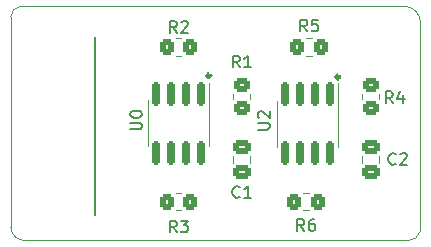
<source format=gto>
G04 #@! TF.GenerationSoftware,KiCad,Pcbnew,(6.0.1)*
G04 #@! TF.CreationDate,2024-05-17T17:22:04+02:00*
G04 #@! TF.ProjectId,pmod_memory_module,706d6f64-5f6d-4656-9d6f-72795f6d6f64,rev?*
G04 #@! TF.SameCoordinates,Original*
G04 #@! TF.FileFunction,Legend,Top*
G04 #@! TF.FilePolarity,Positive*
%FSLAX46Y46*%
G04 Gerber Fmt 4.6, Leading zero omitted, Abs format (unit mm)*
G04 Created by KiCad (PCBNEW (6.0.1)) date 2024-05-17 17:22:04*
%MOMM*%
%LPD*%
G01*
G04 APERTURE LIST*
G04 Aperture macros list*
%AMRoundRect*
0 Rectangle with rounded corners*
0 $1 Rounding radius*
0 $2 $3 $4 $5 $6 $7 $8 $9 X,Y pos of 4 corners*
0 Add a 4 corners polygon primitive as box body*
4,1,4,$2,$3,$4,$5,$6,$7,$8,$9,$2,$3,0*
0 Add four circle primitives for the rounded corners*
1,1,$1+$1,$2,$3*
1,1,$1+$1,$4,$5*
1,1,$1+$1,$6,$7*
1,1,$1+$1,$8,$9*
0 Add four rect primitives between the rounded corners*
20,1,$1+$1,$2,$3,$4,$5,0*
20,1,$1+$1,$4,$5,$6,$7,0*
20,1,$1+$1,$6,$7,$8,$9,0*
20,1,$1+$1,$8,$9,$2,$3,0*%
G04 Aperture macros list end*
%ADD10C,0.333981*%
%ADD11C,0.100000*%
%ADD12C,0.150000*%
%ADD13C,0.120000*%
%ADD14RoundRect,0.250000X0.450000X-0.350000X0.450000X0.350000X-0.450000X0.350000X-0.450000X-0.350000X0*%
%ADD15RoundRect,0.250000X0.350000X0.450000X-0.350000X0.450000X-0.350000X-0.450000X0.350000X-0.450000X0*%
%ADD16RoundRect,0.150000X-0.150000X0.825000X-0.150000X-0.825000X0.150000X-0.825000X0.150000X0.825000X0*%
%ADD17RoundRect,0.250000X-0.450000X0.350000X-0.450000X-0.350000X0.450000X-0.350000X0.450000X0.350000X0*%
%ADD18RoundRect,0.250000X-0.350000X-0.450000X0.350000X-0.450000X0.350000X0.450000X-0.350000X0.450000X0*%
%ADD19RoundRect,0.250000X-0.475000X0.337500X-0.475000X-0.337500X0.475000X-0.337500X0.475000X0.337500X0*%
%ADD20R,1.700000X1.700000*%
%ADD21O,1.700000X1.700000*%
%ADD22C,1.700000*%
G04 APERTURE END LIST*
D10*
X45886990Y-24003000D02*
G75*
G03*
X45886990Y-24003000I-166990J0D01*
G01*
X34964990Y-23876000D02*
G75*
G03*
X34964990Y-23876000I-166990J0D01*
G01*
D11*
X18812899Y-18017100D02*
G75*
G03*
X18050899Y-18906100I147798J-897755D01*
G01*
D12*
X25146000Y-20574000D02*
X25146000Y-35687000D01*
D11*
X52721899Y-19287100D02*
G75*
G03*
X51451899Y-18017101I-1366773J-96774D01*
G01*
X51705899Y-37838127D02*
X19320899Y-37838126D01*
X18050899Y-36686100D02*
G75*
G03*
X19320899Y-37838126I1157297J-230D01*
G01*
X51705899Y-37838127D02*
G75*
G03*
X52721899Y-37067100I8302J1043977D01*
G01*
X52721899Y-37067100D02*
X52721899Y-19287100D01*
X51451899Y-18017101D02*
X18812899Y-18017100D01*
X18050899Y-18906100D02*
X18050899Y-36686100D01*
D12*
X50379333Y-26217380D02*
X50046000Y-25741190D01*
X49807904Y-26217380D02*
X49807904Y-25217380D01*
X50188857Y-25217380D01*
X50284095Y-25265000D01*
X50331714Y-25312619D01*
X50379333Y-25407857D01*
X50379333Y-25550714D01*
X50331714Y-25645952D01*
X50284095Y-25693571D01*
X50188857Y-25741190D01*
X49807904Y-25741190D01*
X51236476Y-25550714D02*
X51236476Y-26217380D01*
X50998380Y-25169761D02*
X50760285Y-25884047D01*
X51379333Y-25884047D01*
X43140333Y-20137380D02*
X42807000Y-19661190D01*
X42568904Y-20137380D02*
X42568904Y-19137380D01*
X42949857Y-19137380D01*
X43045095Y-19185000D01*
X43092714Y-19232619D01*
X43140333Y-19327857D01*
X43140333Y-19470714D01*
X43092714Y-19565952D01*
X43045095Y-19613571D01*
X42949857Y-19661190D01*
X42568904Y-19661190D01*
X44045095Y-19137380D02*
X43568904Y-19137380D01*
X43521285Y-19613571D01*
X43568904Y-19565952D01*
X43664142Y-19518333D01*
X43902238Y-19518333D01*
X43997476Y-19565952D01*
X44045095Y-19613571D01*
X44092714Y-19708809D01*
X44092714Y-19946904D01*
X44045095Y-20042142D01*
X43997476Y-20089761D01*
X43902238Y-20137380D01*
X43664142Y-20137380D01*
X43568904Y-20089761D01*
X43521285Y-20042142D01*
X28154380Y-28431904D02*
X28963904Y-28431904D01*
X29059142Y-28384285D01*
X29106761Y-28336666D01*
X29154380Y-28241428D01*
X29154380Y-28050952D01*
X29106761Y-27955714D01*
X29059142Y-27908095D01*
X28963904Y-27860476D01*
X28154380Y-27860476D01*
X28154380Y-27193809D02*
X28154380Y-27098571D01*
X28202000Y-27003333D01*
X28249619Y-26955714D01*
X28344857Y-26908095D01*
X28535333Y-26860476D01*
X28773428Y-26860476D01*
X28963904Y-26908095D01*
X29059142Y-26955714D01*
X29106761Y-27003333D01*
X29154380Y-27098571D01*
X29154380Y-27193809D01*
X29106761Y-27289047D01*
X29059142Y-27336666D01*
X28963904Y-27384285D01*
X28773428Y-27431904D01*
X28535333Y-27431904D01*
X28344857Y-27384285D01*
X28249619Y-27336666D01*
X28202000Y-27289047D01*
X28154380Y-27193809D01*
X37425333Y-23185380D02*
X37092000Y-22709190D01*
X36853904Y-23185380D02*
X36853904Y-22185380D01*
X37234857Y-22185380D01*
X37330095Y-22233000D01*
X37377714Y-22280619D01*
X37425333Y-22375857D01*
X37425333Y-22518714D01*
X37377714Y-22613952D01*
X37330095Y-22661571D01*
X37234857Y-22709190D01*
X36853904Y-22709190D01*
X38377714Y-23185380D02*
X37806285Y-23185380D01*
X38092000Y-23185380D02*
X38092000Y-22185380D01*
X37996761Y-22328238D01*
X37901523Y-22423476D01*
X37806285Y-22471095D01*
X38949380Y-28447904D02*
X39758904Y-28447904D01*
X39854142Y-28400285D01*
X39901761Y-28352666D01*
X39949380Y-28257428D01*
X39949380Y-28066952D01*
X39901761Y-27971714D01*
X39854142Y-27924095D01*
X39758904Y-27876476D01*
X38949380Y-27876476D01*
X39044619Y-27447904D02*
X38997000Y-27400285D01*
X38949380Y-27305047D01*
X38949380Y-27066952D01*
X38997000Y-26971714D01*
X39044619Y-26924095D01*
X39139857Y-26876476D01*
X39235095Y-26876476D01*
X39377952Y-26924095D01*
X39949380Y-27495523D01*
X39949380Y-26876476D01*
X32091333Y-37155380D02*
X31758000Y-36679190D01*
X31519904Y-37155380D02*
X31519904Y-36155380D01*
X31900857Y-36155380D01*
X31996095Y-36203000D01*
X32043714Y-36250619D01*
X32091333Y-36345857D01*
X32091333Y-36488714D01*
X32043714Y-36583952D01*
X31996095Y-36631571D01*
X31900857Y-36679190D01*
X31519904Y-36679190D01*
X32424666Y-36155380D02*
X33043714Y-36155380D01*
X32710380Y-36536333D01*
X32853238Y-36536333D01*
X32948476Y-36583952D01*
X32996095Y-36631571D01*
X33043714Y-36726809D01*
X33043714Y-36964904D01*
X32996095Y-37060142D01*
X32948476Y-37107761D01*
X32853238Y-37155380D01*
X32567523Y-37155380D01*
X32472285Y-37107761D01*
X32424666Y-37060142D01*
X42886333Y-37028380D02*
X42553000Y-36552190D01*
X42314904Y-37028380D02*
X42314904Y-36028380D01*
X42695857Y-36028380D01*
X42791095Y-36076000D01*
X42838714Y-36123619D01*
X42886333Y-36218857D01*
X42886333Y-36361714D01*
X42838714Y-36456952D01*
X42791095Y-36504571D01*
X42695857Y-36552190D01*
X42314904Y-36552190D01*
X43743476Y-36028380D02*
X43553000Y-36028380D01*
X43457761Y-36076000D01*
X43410142Y-36123619D01*
X43314904Y-36266476D01*
X43267285Y-36456952D01*
X43267285Y-36837904D01*
X43314904Y-36933142D01*
X43362523Y-36980761D01*
X43457761Y-37028380D01*
X43648238Y-37028380D01*
X43743476Y-36980761D01*
X43791095Y-36933142D01*
X43838714Y-36837904D01*
X43838714Y-36599809D01*
X43791095Y-36504571D01*
X43743476Y-36456952D01*
X43648238Y-36409333D01*
X43457761Y-36409333D01*
X43362523Y-36456952D01*
X43314904Y-36504571D01*
X43267285Y-36599809D01*
X32091333Y-20264380D02*
X31758000Y-19788190D01*
X31519904Y-20264380D02*
X31519904Y-19264380D01*
X31900857Y-19264380D01*
X31996095Y-19312000D01*
X32043714Y-19359619D01*
X32091333Y-19454857D01*
X32091333Y-19597714D01*
X32043714Y-19692952D01*
X31996095Y-19740571D01*
X31900857Y-19788190D01*
X31519904Y-19788190D01*
X32472285Y-19359619D02*
X32519904Y-19312000D01*
X32615142Y-19264380D01*
X32853238Y-19264380D01*
X32948476Y-19312000D01*
X32996095Y-19359619D01*
X33043714Y-19454857D01*
X33043714Y-19550095D01*
X32996095Y-19692952D01*
X32424666Y-20264380D01*
X33043714Y-20264380D01*
X37425333Y-34139142D02*
X37377714Y-34186761D01*
X37234857Y-34234380D01*
X37139619Y-34234380D01*
X36996761Y-34186761D01*
X36901523Y-34091523D01*
X36853904Y-33996285D01*
X36806285Y-33805809D01*
X36806285Y-33662952D01*
X36853904Y-33472476D01*
X36901523Y-33377238D01*
X36996761Y-33282000D01*
X37139619Y-33234380D01*
X37234857Y-33234380D01*
X37377714Y-33282000D01*
X37425333Y-33329619D01*
X38377714Y-34234380D02*
X37806285Y-34234380D01*
X38092000Y-34234380D02*
X38092000Y-33234380D01*
X37996761Y-33377238D01*
X37901523Y-33472476D01*
X37806285Y-33520095D01*
X50633333Y-31345142D02*
X50585714Y-31392761D01*
X50442857Y-31440380D01*
X50347619Y-31440380D01*
X50204761Y-31392761D01*
X50109523Y-31297523D01*
X50061904Y-31202285D01*
X50014285Y-31011809D01*
X50014285Y-30868952D01*
X50061904Y-30678476D01*
X50109523Y-30583238D01*
X50204761Y-30488000D01*
X50347619Y-30440380D01*
X50442857Y-30440380D01*
X50585714Y-30488000D01*
X50633333Y-30535619D01*
X51014285Y-30535619D02*
X51061904Y-30488000D01*
X51157142Y-30440380D01*
X51395238Y-30440380D01*
X51490476Y-30488000D01*
X51538095Y-30535619D01*
X51585714Y-30630857D01*
X51585714Y-30726095D01*
X51538095Y-30868952D01*
X50966666Y-31440380D01*
X51585714Y-31440380D01*
D13*
X47779000Y-25881064D02*
X47779000Y-25426936D01*
X49249000Y-25881064D02*
X49249000Y-25426936D01*
X43534064Y-22198000D02*
X43079936Y-22198000D01*
X43534064Y-20728000D02*
X43079936Y-20728000D01*
X29698000Y-27924000D02*
X29698000Y-25974000D01*
X29698000Y-27924000D02*
X29698000Y-29874000D01*
X34818000Y-27924000D02*
X34818000Y-29874000D01*
X34818000Y-27924000D02*
X34818000Y-24474000D01*
X38327000Y-25426936D02*
X38327000Y-25881064D01*
X36857000Y-25426936D02*
X36857000Y-25881064D01*
X40620000Y-27940000D02*
X40620000Y-25990000D01*
X45740000Y-27940000D02*
X45740000Y-24490000D01*
X45740000Y-27940000D02*
X45740000Y-29890000D01*
X40620000Y-27940000D02*
X40620000Y-29890000D01*
X32030936Y-35279000D02*
X32485064Y-35279000D01*
X32030936Y-33809000D02*
X32485064Y-33809000D01*
X42809936Y-33809000D02*
X43264064Y-33809000D01*
X42809936Y-35279000D02*
X43264064Y-35279000D01*
X32485064Y-22198000D02*
X32030936Y-22198000D01*
X32485064Y-20728000D02*
X32030936Y-20728000D01*
X38327000Y-30726748D02*
X38327000Y-31249252D01*
X36857000Y-30726748D02*
X36857000Y-31249252D01*
X47779000Y-30726748D02*
X47779000Y-31249252D01*
X49249000Y-30726748D02*
X49249000Y-31249252D01*
%LPC*%
D14*
X48514000Y-26654000D03*
X48514000Y-24654000D03*
D15*
X44307000Y-21463000D03*
X42307000Y-21463000D03*
D16*
X34163000Y-25449000D03*
X32893000Y-25449000D03*
X31623000Y-25449000D03*
X30353000Y-25449000D03*
X30353000Y-30399000D03*
X31623000Y-30399000D03*
X32893000Y-30399000D03*
X34163000Y-30399000D03*
D17*
X37592000Y-24654000D03*
X37592000Y-26654000D03*
D16*
X45085000Y-25465000D03*
X43815000Y-25465000D03*
X42545000Y-25465000D03*
X41275000Y-25465000D03*
X41275000Y-30415000D03*
X42545000Y-30415000D03*
X43815000Y-30415000D03*
X45085000Y-30415000D03*
D18*
X31258000Y-34544000D03*
X33258000Y-34544000D03*
X42037000Y-34544000D03*
X44037000Y-34544000D03*
D15*
X33258000Y-21463000D03*
X31258000Y-21463000D03*
D19*
X37592000Y-29950500D03*
X37592000Y-32025500D03*
X48514000Y-29950500D03*
X48514000Y-32025500D03*
D20*
X23618000Y-21590000D03*
D21*
X23618000Y-24130000D03*
X23618000Y-26670000D03*
X23618000Y-29210000D03*
X23618000Y-31750000D03*
X23618000Y-34290000D03*
D22*
X21078000Y-21590000D03*
D21*
X21078000Y-24130000D03*
X21078000Y-26670000D03*
X21078000Y-29210000D03*
X21078000Y-31750000D03*
X21078000Y-34290000D03*
M02*

</source>
